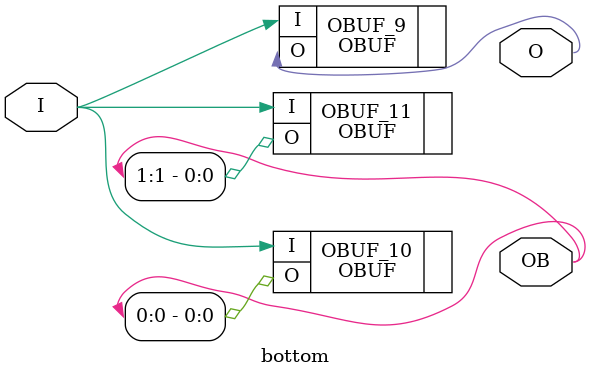
<source format=v>


module top (
    (* async_reg = "true", mr_ff = "true", dont_touch = "true" *) input clk,
    output [3:0] led,
    inout out_a,
    output [1:0] out_b,
    output signal_p,
    output signal_n
);

  wire LD6, LD7, LD8, LD9;
  wire inter_wire, inter_wire_2;
  localparam BITS = 1;
  localparam LOG2DELAY = 25;

  reg [BITS+LOG2DELAY-1:0] counter = 0;

  always @(posedge clk) begin
    counter <= counter + 1;
  end
  assign led[1] = inter_wire;
  assign inter_wire = inter_wire_2;
  assign {LD9, LD8, LD7, LD6} = counter >> LOG2DELAY;
  (* async_reg = "true", mr_ff = "true", dont_touch = "true" *)
  OBUFTDS OBUFTDS_2 (
      .I (LD6),
      .O (signal_p),
      .OB(signal_n),
      .T (1'b1)
  );
  (* async_reg = "false", mr_ff = "false", dont_touch = "true" *)
  OBUF #(
      .IOSTANDARD("LVCMOS33"),
      .SLEW("SLOW")
  ) OBUF_6 (
      .I(LD6),
      .O(led[0])
  );
  OBUF #(
      .IOSTANDARD("LVCMOS33"),
      .SLEW("SLOW")
  ) OBUF_7 (
      .I(LD7),
      .O(inter_wire_2)
  );
  OBUF #(
      .IOSTANDARD("LVCMOS33"),
      .SLEW("SLOW")
  ) OBUF_OUT (
      .I(LD7),
      .O(out_a)
  );
  bottom bottom_inst (
      .I (LD8),
      .O (led[2]),
      .OB(out_b)
  );
  bottom_intermediate bottom_intermediate_inst (
      .I(LD9),
      .O(led[3])
  );
endmodule

module bottom_intermediate (
    input  I,
    output O
);
  wire bottom_intermediate_wire;
  assign O = bottom_intermediate_wire;
  OBUF #(
      .IOSTANDARD("LVCMOS33"),
      .SLEW("SLOW")
  ) OBUF_8 (
      .I(I),
      .O(bottom_intermediate_wire)
  );
endmodule

module bottom (
    input I,
    output [1:0] OB,
    output O
);
  OBUF #(
      .IOSTANDARD("LVCMOS33"),
      .SLEW("SLOW")
  ) OBUF_9 (
      .I(I),
      .O(O)
  );
  OBUF #(
      .IOSTANDARD("LVCMOS33"),
      .SLEW("SLOW")
  ) OBUF_10 (
      .I(I),
      .O(OB[0])
  );
  OBUF #(
      .IOSTANDARD("LVCMOS33"),
      .SLEW("SLOW")
  ) OBUF_11 (
      .I(I),
      .O(OB[1])
  );
endmodule


</source>
